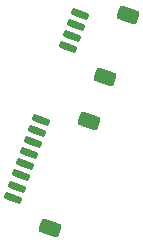
<source format=gtp>
%TF.GenerationSoftware,KiCad,Pcbnew,7.0.1-0*%
%TF.CreationDate,2023-04-15T20:22:23-04:00*%
%TF.ProjectId,fidrildi3,66696472-696c-4646-9933-2e6b69636164,rev?*%
%TF.SameCoordinates,Original*%
%TF.FileFunction,Paste,Top*%
%TF.FilePolarity,Positive*%
%FSLAX46Y46*%
G04 Gerber Fmt 4.6, Leading zero omitted, Abs format (unit mm)*
G04 Created by KiCad (PCBNEW 7.0.1-0) date 2023-04-15 20:22:23*
%MOMM*%
%LPD*%
G01*
G04 APERTURE LIST*
G04 Aperture macros list*
%AMRoundRect*
0 Rectangle with rounded corners*
0 $1 Rounding radius*
0 $2 $3 $4 $5 $6 $7 $8 $9 X,Y pos of 4 corners*
0 Add a 4 corners polygon primitive as box body*
4,1,4,$2,$3,$4,$5,$6,$7,$8,$9,$2,$3,0*
0 Add four circle primitives for the rounded corners*
1,1,$1+$1,$2,$3*
1,1,$1+$1,$4,$5*
1,1,$1+$1,$6,$7*
1,1,$1+$1,$8,$9*
0 Add four rect primitives between the rounded corners*
20,1,$1+$1,$2,$3,$4,$5,0*
20,1,$1+$1,$4,$5,$6,$7,0*
20,1,$1+$1,$6,$7,$8,$9,0*
20,1,$1+$1,$8,$9,$2,$3,0*%
G04 Aperture macros list end*
%ADD10RoundRect,0.250000X0.491093X-0.551206X0.730507X0.106579X-0.491093X0.551206X-0.730507X-0.106579X0*%
%ADD11RoundRect,0.150000X0.536005X-0.354716X0.638611X-0.072809X-0.536005X0.354716X-0.638611X0.072809X0*%
G04 APERTURE END LIST*
D10*
X179300000Y-159960000D03*
X181215313Y-154697721D03*
D11*
X176103318Y-157413072D03*
X176445338Y-156473379D03*
X176787358Y-155533686D03*
X177129378Y-154593994D03*
D10*
X174660000Y-172730000D03*
X177943393Y-163708951D03*
D11*
X171463317Y-170183072D03*
X171805337Y-169243379D03*
X172147358Y-168303687D03*
X172489378Y-167363994D03*
X172831398Y-166424301D03*
X173173418Y-165484609D03*
X173515438Y-164544916D03*
X173857458Y-163605224D03*
M02*

</source>
